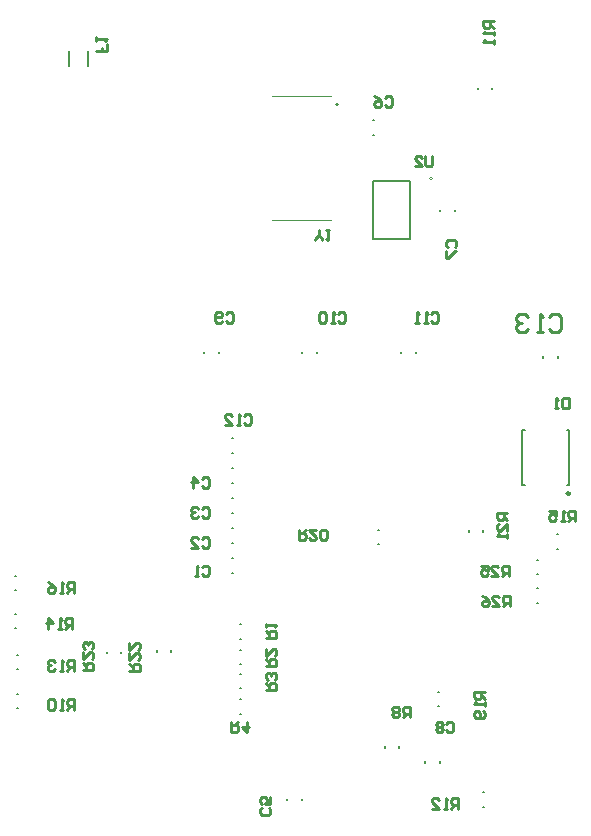
<source format=gbo>
G04*
G04 #@! TF.GenerationSoftware,Altium Limited,Altium Designer,19.1.8 (144)*
G04*
G04 Layer_Color=32896*
%FSLAX25Y25*%
%MOIN*%
G70*
G01*
G75*
%ADD10C,0.01000*%
%ADD11C,0.00787*%
%ADD12C,0.00984*%
%ADD14C,0.00394*%
%ADD86C,0.00197*%
D10*
X187001Y172498D02*
X188001Y173498D01*
X190000D01*
X191000Y172498D01*
Y168500D01*
X190000Y167500D01*
X188001D01*
X187001Y168500D01*
X185002Y167500D02*
X183003D01*
X184002D01*
Y173498D01*
X185002Y172498D01*
X180004D02*
X179004Y173498D01*
X177005D01*
X176005Y172498D01*
Y171499D01*
X177005Y170499D01*
X178004D01*
X177005D01*
X176005Y169499D01*
Y168500D01*
X177005Y167500D01*
X179004D01*
X180004Y168500D01*
X108990Y197901D02*
Y198484D01*
X110156Y199651D01*
X111322Y198484D01*
Y197901D01*
X110156Y199651D02*
Y201400D01*
X112489D02*
X113655D01*
X113072D01*
Y197901D01*
X112489Y198484D01*
X85167Y139416D02*
X85751Y139999D01*
X86917D01*
X87500Y139416D01*
Y137083D01*
X86917Y136500D01*
X85751D01*
X85167Y137083D01*
X84001Y136500D02*
X82835D01*
X83418D01*
Y139999D01*
X84001Y139416D01*
X78753Y136500D02*
X81085D01*
X78753Y138833D01*
Y139416D01*
X79336Y139999D01*
X80502D01*
X81085Y139416D01*
X148000Y226099D02*
Y223183D01*
X147417Y222600D01*
X146251D01*
X145667Y223183D01*
Y226099D01*
X142169Y222600D02*
X144501D01*
X142169Y224933D01*
Y225516D01*
X142752Y226099D01*
X143918D01*
X144501Y225516D01*
X173740Y76000D02*
Y79499D01*
X171991D01*
X171408Y78916D01*
Y77749D01*
X171991Y77166D01*
X173740D01*
X172574D02*
X171408Y76000D01*
X167909D02*
X170241D01*
X167909Y78333D01*
Y78916D01*
X168492Y79499D01*
X169658D01*
X170241Y78916D01*
X164410Y79499D02*
X165576Y78916D01*
X166743Y77749D01*
Y76583D01*
X166159Y76000D01*
X164993D01*
X164410Y76583D01*
Y77166D01*
X164993Y77749D01*
X166743D01*
X173500Y86000D02*
Y89499D01*
X171751D01*
X171167Y88916D01*
Y87749D01*
X171751Y87166D01*
X173500D01*
X172334D02*
X171167Y86000D01*
X167669D02*
X170001D01*
X167669Y88333D01*
Y88916D01*
X168252Y89499D01*
X169418D01*
X170001Y88916D01*
X164170Y89499D02*
X166502D01*
Y87749D01*
X165336Y88333D01*
X164753D01*
X164170Y87749D01*
Y86583D01*
X164753Y86000D01*
X165919D01*
X166502Y86583D01*
X31500Y54740D02*
X34999D01*
Y56490D01*
X34416Y57073D01*
X33249D01*
X32666Y56490D01*
Y54740D01*
Y55906D02*
X31500Y57073D01*
Y60572D02*
Y58239D01*
X33833Y60572D01*
X34416D01*
X34999Y59988D01*
Y58822D01*
X34416Y58239D01*
Y61738D02*
X34999Y62321D01*
Y63487D01*
X34416Y64070D01*
X33833D01*
X33249Y63487D01*
Y62904D01*
Y63487D01*
X32666Y64070D01*
X32083D01*
X31500Y63487D01*
Y62321D01*
X32083Y61738D01*
X47000Y54500D02*
X50499D01*
Y56249D01*
X49916Y56833D01*
X48749D01*
X48166Y56249D01*
Y54500D01*
Y55666D02*
X47000Y56833D01*
Y60331D02*
Y57999D01*
X49333Y60331D01*
X49916D01*
X50499Y59748D01*
Y58582D01*
X49916Y57999D01*
X47000Y63830D02*
Y61498D01*
X49333Y63830D01*
X49916D01*
X50499Y63247D01*
Y62081D01*
X49916Y61498D01*
X173000Y107000D02*
X169501D01*
Y105251D01*
X170084Y104667D01*
X171251D01*
X171834Y105251D01*
Y107000D01*
Y105834D02*
X173000Y104667D01*
Y101169D02*
Y103501D01*
X170667Y101169D01*
X170084D01*
X169501Y101752D01*
Y102918D01*
X170084Y103501D01*
X173000Y100002D02*
Y98836D01*
Y99419D01*
X169501D01*
X170084Y100002D01*
X103500Y101500D02*
Y98001D01*
X105249D01*
X105833Y98584D01*
Y99751D01*
X105249Y100334D01*
X103500D01*
X104666D02*
X105833Y101500D01*
X109331D02*
X106999D01*
X109331Y99167D01*
Y98584D01*
X108748Y98001D01*
X107582D01*
X106999Y98584D01*
X110498D02*
X111081Y98001D01*
X112247D01*
X112830Y98584D01*
Y100917D01*
X112247Y101500D01*
X111081D01*
X110498Y100917D01*
Y98584D01*
X165500Y47500D02*
X162001D01*
Y45751D01*
X162584Y45167D01*
X163751D01*
X164334Y45751D01*
Y47500D01*
Y46334D02*
X165500Y45167D01*
Y44001D02*
Y42835D01*
Y43418D01*
X162001D01*
X162584Y44001D01*
X164917Y41085D02*
X165500Y40502D01*
Y39336D01*
X164917Y38753D01*
X162584D01*
X162001Y39336D01*
Y40502D01*
X162584Y41085D01*
X163167D01*
X163751Y40502D01*
Y38753D01*
X28500Y80500D02*
Y83999D01*
X26751D01*
X26167Y83416D01*
Y82249D01*
X26751Y81666D01*
X28500D01*
X27334D02*
X26167Y80500D01*
X25001D02*
X23835D01*
X24418D01*
Y83999D01*
X25001Y83416D01*
X19753Y83999D02*
X20919Y83416D01*
X22085Y82249D01*
Y81083D01*
X21502Y80500D01*
X20336D01*
X19753Y81083D01*
Y81666D01*
X20336Y82249D01*
X22085D01*
X195700Y104300D02*
Y107799D01*
X193951D01*
X193367Y107216D01*
Y106049D01*
X193951Y105466D01*
X195700D01*
X194534D02*
X193367Y104300D01*
X192201D02*
X191035D01*
X191618D01*
Y107799D01*
X192201Y107216D01*
X186953Y107799D02*
X189285D01*
Y106049D01*
X188119Y106633D01*
X187536D01*
X186953Y106049D01*
Y104883D01*
X187536Y104300D01*
X188702D01*
X189285Y104883D01*
X28000Y68500D02*
Y71999D01*
X26251D01*
X25667Y71416D01*
Y70249D01*
X26251Y69666D01*
X28000D01*
X26834D02*
X25667Y68500D01*
X24501D02*
X23335D01*
X23918D01*
Y71999D01*
X24501Y71416D01*
X19836Y68500D02*
Y71999D01*
X21585Y70249D01*
X19253D01*
X28500Y54500D02*
Y57999D01*
X26751D01*
X26167Y57416D01*
Y56249D01*
X26751Y55666D01*
X28500D01*
X27334D02*
X26167Y54500D01*
X25001D02*
X23835D01*
X24418D01*
Y57999D01*
X25001Y57416D01*
X22085D02*
X21502Y57999D01*
X20336D01*
X19753Y57416D01*
Y56833D01*
X20336Y56249D01*
X20919D01*
X20336D01*
X19753Y55666D01*
Y55083D01*
X20336Y54500D01*
X21502D01*
X22085Y55083D01*
X156500Y8500D02*
Y11999D01*
X154751D01*
X154167Y11416D01*
Y10249D01*
X154751Y9666D01*
X156500D01*
X155334D02*
X154167Y8500D01*
X153001D02*
X151835D01*
X152418D01*
Y11999D01*
X153001Y11416D01*
X147753Y8500D02*
X150085D01*
X147753Y10833D01*
Y11416D01*
X148336Y11999D01*
X149502D01*
X150085Y11416D01*
X168500Y271000D02*
X165001D01*
Y269251D01*
X165584Y268667D01*
X166751D01*
X167334Y269251D01*
Y271000D01*
Y269834D02*
X168500Y268667D01*
Y267501D02*
Y266335D01*
Y266918D01*
X165001D01*
X165584Y267501D01*
X168500Y264585D02*
Y263419D01*
Y264002D01*
X165001D01*
X165584Y264585D01*
X28500Y41500D02*
Y44999D01*
X26751D01*
X26167Y44416D01*
Y43249D01*
X26751Y42666D01*
X28500D01*
X27334D02*
X26167Y41500D01*
X25001D02*
X23835D01*
X24418D01*
Y44999D01*
X25001Y44416D01*
X22085D02*
X21502Y44999D01*
X20336D01*
X19753Y44416D01*
Y42083D01*
X20336Y41500D01*
X21502D01*
X22085Y42083D01*
Y44416D01*
X140500Y39000D02*
Y42499D01*
X138751D01*
X138167Y41916D01*
Y40749D01*
X138751Y40166D01*
X140500D01*
X139334D02*
X138167Y39000D01*
X137001Y41916D02*
X136418Y42499D01*
X135252D01*
X134669Y41916D01*
Y41333D01*
X135252Y40749D01*
X134669Y40166D01*
Y39583D01*
X135252Y39000D01*
X136418D01*
X137001Y39583D01*
Y40166D01*
X136418Y40749D01*
X137001Y41333D01*
Y41916D01*
X136418Y40749D02*
X135252D01*
X81000Y37500D02*
Y34001D01*
X82749D01*
X83333Y34584D01*
Y35751D01*
X82749Y36334D01*
X81000D01*
X82166D02*
X83333Y37500D01*
X86248D02*
Y34001D01*
X84499Y35751D01*
X86831D01*
X92500Y48000D02*
X95999D01*
Y49749D01*
X95416Y50333D01*
X94249D01*
X93666Y49749D01*
Y48000D01*
Y49166D02*
X92500Y50333D01*
X95416Y51499D02*
X95999Y52082D01*
Y53248D01*
X95416Y53831D01*
X94833D01*
X94249Y53248D01*
Y52665D01*
Y53248D01*
X93666Y53831D01*
X93083D01*
X92500Y53248D01*
Y52082D01*
X93083Y51499D01*
X92500Y56000D02*
X95999D01*
Y57749D01*
X95416Y58333D01*
X94249D01*
X93666Y57749D01*
Y56000D01*
Y57166D02*
X92500Y58333D01*
Y61831D02*
Y59499D01*
X94833Y61831D01*
X95416D01*
X95999Y61248D01*
Y60082D01*
X95416Y59499D01*
X92500Y65500D02*
X95999D01*
Y67249D01*
X95416Y67833D01*
X94249D01*
X93666Y67249D01*
Y65500D01*
Y66666D02*
X92500Y67833D01*
Y68999D02*
Y70165D01*
Y69582D01*
X95999D01*
X95416Y68999D01*
X39499Y263333D02*
Y261000D01*
X37749D01*
Y262166D01*
Y261000D01*
X36000D01*
Y264499D02*
Y265665D01*
Y265082D01*
X39499D01*
X38916Y264499D01*
X193400Y145399D02*
Y141900D01*
X191651D01*
X191067Y142483D01*
Y144816D01*
X191651Y145399D01*
X193400D01*
X189901Y141900D02*
X188735D01*
X189318D01*
Y145399D01*
X189901Y144816D01*
X147632Y173416D02*
X148215Y173999D01*
X149381D01*
X149965Y173416D01*
Y171083D01*
X149381Y170500D01*
X148215D01*
X147632Y171083D01*
X146466Y170500D02*
X145299D01*
X145883D01*
Y173999D01*
X146466Y173416D01*
X143550Y170500D02*
X142384D01*
X142967D01*
Y173999D01*
X143550Y173416D01*
X116639Y173375D02*
X117222Y173958D01*
X118389D01*
X118972Y173375D01*
Y171042D01*
X118389Y170459D01*
X117222D01*
X116639Y171042D01*
X115473Y170459D02*
X114307D01*
X114890D01*
Y173958D01*
X115473Y173375D01*
X112557D02*
X111974Y173958D01*
X110808D01*
X110225Y173375D01*
Y171042D01*
X110808Y170459D01*
X111974D01*
X112557Y171042D01*
Y173375D01*
X79167Y173416D02*
X79751Y173999D01*
X80917D01*
X81500Y173416D01*
Y171083D01*
X80917Y170500D01*
X79751D01*
X79167Y171083D01*
X78001D02*
X77418Y170500D01*
X76252D01*
X75669Y171083D01*
Y173416D01*
X76252Y173999D01*
X77418D01*
X78001Y173416D01*
Y172833D01*
X77418Y172249D01*
X75669D01*
X152667Y36859D02*
X153251Y37442D01*
X154417D01*
X155000Y36859D01*
Y34527D01*
X154417Y33943D01*
X153251D01*
X152667Y34527D01*
X151501Y36859D02*
X150918Y37442D01*
X149752D01*
X149169Y36859D01*
Y36276D01*
X149752Y35693D01*
X149169Y35110D01*
Y34527D01*
X149752Y33943D01*
X150918D01*
X151501Y34527D01*
Y35110D01*
X150918Y35693D01*
X151501Y36276D01*
Y36859D01*
X150918Y35693D02*
X149752D01*
X153084Y195581D02*
X152501Y196164D01*
Y197330D01*
X153084Y197913D01*
X155417D01*
X156000Y197330D01*
Y196164D01*
X155417Y195581D01*
X152501Y194414D02*
Y192082D01*
X153084D01*
X155417Y194414D01*
X156000D01*
X132167Y245416D02*
X132751Y245999D01*
X133917D01*
X134500Y245416D01*
Y243083D01*
X133917Y242500D01*
X132751D01*
X132167Y243083D01*
X128669Y245999D02*
X129835Y245416D01*
X131001Y244249D01*
Y243083D01*
X130418Y242500D01*
X129252D01*
X128669Y243083D01*
Y243666D01*
X129252Y244249D01*
X131001D01*
X93416Y8833D02*
X93999Y8249D01*
Y7083D01*
X93416Y6500D01*
X91083D01*
X90500Y7083D01*
Y8249D01*
X91083Y8833D01*
X93999Y12331D02*
Y9999D01*
X92249D01*
X92833Y11165D01*
Y11748D01*
X92249Y12331D01*
X91083D01*
X90500Y11748D01*
Y10582D01*
X91083Y9999D01*
X71211Y118416D02*
X71794Y118999D01*
X72960D01*
X73543Y118416D01*
Y116083D01*
X72960Y115500D01*
X71794D01*
X71211Y116083D01*
X68295Y115500D02*
Y118999D01*
X70044Y117249D01*
X67712D01*
X71167Y108416D02*
X71751Y108999D01*
X72917D01*
X73500Y108416D01*
Y106083D01*
X72917Y105500D01*
X71751D01*
X71167Y106083D01*
X70001Y108416D02*
X69418Y108999D01*
X68252D01*
X67669Y108416D01*
Y107833D01*
X68252Y107249D01*
X68835D01*
X68252D01*
X67669Y106666D01*
Y106083D01*
X68252Y105500D01*
X69418D01*
X70001Y106083D01*
X71167Y98416D02*
X71751Y98999D01*
X72917D01*
X73500Y98416D01*
Y96083D01*
X72917Y95500D01*
X71751D01*
X71167Y96083D01*
X67669Y95500D02*
X70001D01*
X67669Y97833D01*
Y98416D01*
X68252Y98999D01*
X69418D01*
X70001Y98416D01*
X71167Y88916D02*
X71751Y89499D01*
X72917D01*
X73500Y88916D01*
Y86583D01*
X72917Y86000D01*
X71751D01*
X71167Y86583D01*
X70001Y86000D02*
X68835D01*
X69418D01*
Y89499D01*
X70001Y88916D01*
D11*
X116650Y243216D02*
G03*
X116650Y243216I-394J0D01*
G01*
X185039Y158803D02*
Y159197D01*
X189961Y158803D02*
Y159197D01*
X182803Y81862D02*
X183197D01*
X182803Y77138D02*
X183197D01*
X182803Y91362D02*
X183197D01*
X182803Y86638D02*
X183197D01*
X128303Y237961D02*
X128697D01*
X128303Y233039D02*
X128697D01*
X167862Y248303D02*
Y248697D01*
X163138Y248303D02*
Y248697D01*
X160138Y100803D02*
Y101197D01*
X164862Y100803D02*
Y101197D01*
X177943Y134555D02*
X178843D01*
X177943Y116445D02*
X178843D01*
X192791Y134555D02*
X193691D01*
X192791Y116445D02*
X193691D01*
X177943D02*
Y134555D01*
X193691Y116445D02*
Y134555D01*
X33150Y256138D02*
Y260862D01*
X26850Y256138D02*
Y260862D01*
X149803Y42638D02*
X150197D01*
X149803Y47362D02*
X150197D01*
X81303Y127039D02*
X81697D01*
X81303Y131961D02*
X81697D01*
X142461Y160303D02*
Y160697D01*
X137539Y160303D02*
Y160697D01*
X109461Y160303D02*
Y160697D01*
X104539Y160303D02*
Y160697D01*
X76961Y160303D02*
Y160697D01*
X72039Y160303D02*
Y160697D01*
X155461Y207760D02*
Y208153D01*
X150539Y207760D02*
Y208153D01*
X99539Y11303D02*
Y11697D01*
X104461Y11303D02*
Y11697D01*
X145539Y23803D02*
Y24197D01*
X150461Y23803D02*
Y24197D01*
X129803Y101362D02*
X130197D01*
X129803Y96638D02*
X130197D01*
X128299Y217646D02*
X140701D01*
X128299Y198354D02*
Y217646D01*
Y198354D02*
X140701D01*
Y217646D01*
X60862Y60803D02*
Y61197D01*
X56138Y60803D02*
Y61197D01*
X44362Y60303D02*
Y60697D01*
X39638Y60303D02*
Y60697D01*
X132138Y28803D02*
Y29197D01*
X136862Y28803D02*
Y29197D01*
X189543Y99862D02*
X189937D01*
X189543Y95138D02*
X189937D01*
X83803Y65138D02*
X84197D01*
X83803Y69862D02*
X84197D01*
X83803Y56638D02*
X84197D01*
X83803Y61362D02*
X84197D01*
X83803Y48638D02*
X84197D01*
X83803Y53362D02*
X84197D01*
X83803Y40138D02*
X84197D01*
X83803Y44862D02*
X84197D01*
X164803Y9138D02*
X165197D01*
X164803Y13862D02*
X165197D01*
X9481Y46662D02*
X9874D01*
X9481Y41938D02*
X9874D01*
X9481Y59662D02*
X9874D01*
X9481Y54938D02*
X9874D01*
X8980Y73362D02*
X9374D01*
X8980Y68638D02*
X9374D01*
X8980Y86162D02*
X9374D01*
X8980Y81438D02*
X9374D01*
X81303Y121961D02*
X81697D01*
X81303Y117039D02*
X81697D01*
X81303Y111961D02*
X81697D01*
X81303Y107039D02*
X81697D01*
X81303Y101961D02*
X81697D01*
X81303Y97039D02*
X81697D01*
X81303Y91961D02*
X81697D01*
X81303Y87039D02*
X81697D01*
D12*
X193874Y113533D02*
G03*
X193874Y113533I-492J0D01*
G01*
D14*
X94602Y246169D02*
X114287D01*
X94602Y204831D02*
X114287D01*
D86*
X148057Y218500D02*
G03*
X148057Y218500I-557J0D01*
G01*
M02*

</source>
